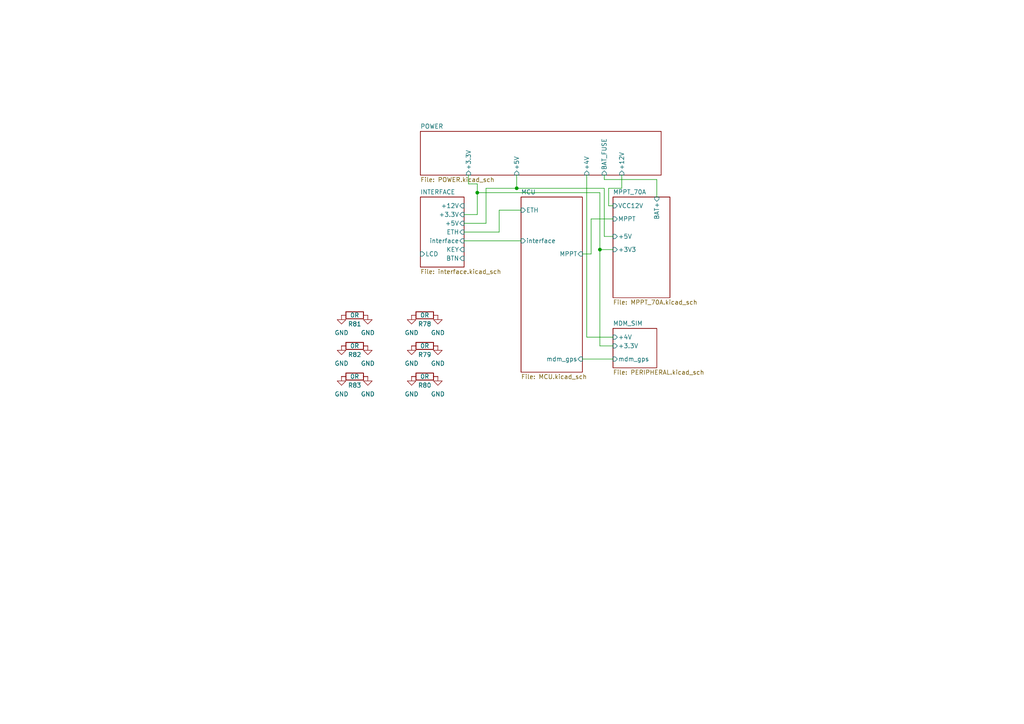
<source format=kicad_sch>
(kicad_sch (version 20231120) (generator "eeschema") (generator_version "8.0")
  (paper "A4")
  (lib_symbols
    (symbol "Device:R" (pin_numbers hide) (pin_names (offset 0))
      (property "Reference" "R" (at 2.032 0 90))
      (property "Value" "R" (at 0 0 90))
      (symbol "R_0_1"
        (rectangle (start -1.016 -2.54) (end 1.016 2.54) (stroke (width 0.254)))
      )
      (symbol "R_1_1"
        (pin passive line (at 0 3.81 270) (length 1.27) (name "~") (number "1"))
        (pin passive line (at 0 -3.81 90) (length 1.27) (name "~") (number "2"))
      )
    )
    (symbol "power:GND" (power) (pin_numbers hide) (pin_names (offset 0) hide)
      (property "Value" "GND" (at 0 -3.81 0))
      (symbol "GND_0_1"
        (polyline (pts (xy 0 0) (xy 0 -1.27) (xy 1.27 -1.27) (xy 0 -2.54) (xy -1.27 -1.27) (xy 0 -1.27)))
      )
      (symbol "GND_1_1"
        (pin power_in line (at 0 0 270) (length 0) (name "~") (number "1"))
      )
    )
  )
  (junction (at 173.99 72.39))
  (junction (at 138.43 55.88))
  (junction (at 149.86 54.61))
  (wire (pts (xy 140.97 54.61) (xy 140.97 64.77)))
  (wire (pts (xy 177.8 72.39) (xy 173.99 72.39)))
  (wire (pts (xy 144.78 60.96) (xy 151.13 60.96)))
  (wire (pts (xy 144.78 67.31) (xy 144.78 60.96)))
  (wire (pts (xy 170.18 97.79) (xy 177.8 97.79)))
  (wire (pts (xy 135.89 50.8) (xy 135.89 53.34)))
  (wire (pts (xy 176.53 59.69) (xy 176.53 54.61)))
  (wire (pts (xy 149.86 54.61) (xy 149.86 50.8)))
  (wire (pts (xy 170.18 50.8) (xy 170.18 97.79)))
  (wire (pts (xy 173.99 100.33) (xy 173.99 72.39)))
  (wire (pts (xy 173.99 72.39) (xy 173.99 55.88)))
  (wire (pts (xy 134.62 64.77) (xy 140.97 64.77)))
  (wire (pts (xy 175.26 54.61) (xy 149.86 54.61)))
  (wire (pts (xy 190.5 52.07) (xy 190.5 57.15)))
  (wire (pts (xy 168.91 73.66) (xy 171.45 73.66)))
  (wire (pts (xy 134.62 67.31) (xy 144.78 67.31)))
  (wire (pts (xy 134.62 69.85) (xy 151.13 69.85)))
  (wire (pts (xy 171.45 73.66) (xy 171.45 63.5)))
  (wire (pts (xy 180.34 54.61) (xy 180.34 50.8)))
  (wire (pts (xy 177.8 68.58) (xy 175.26 68.58)))
  (wire (pts (xy 140.97 54.61) (xy 149.86 54.61)))
  (wire (pts (xy 171.45 63.5) (xy 177.8 63.5)))
  (wire (pts (xy 168.91 104.14) (xy 177.8 104.14)))
  (wire (pts (xy 177.8 100.33) (xy 173.99 100.33)))
  (wire (pts (xy 190.5 52.07) (xy 175.26 52.07)))
  (wire (pts (xy 175.26 68.58) (xy 175.26 54.61)))
  (wire (pts (xy 177.8 59.69) (xy 176.53 59.69)))
  (wire (pts (xy 138.43 62.23) (xy 134.62 62.23)))
  (wire (pts (xy 135.89 53.34) (xy 138.43 53.34)))
  (wire (pts (xy 176.53 54.61) (xy 180.34 54.61)))
  (wire (pts (xy 173.99 55.88) (xy 138.43 55.88)))
  (wire (pts (xy 138.43 53.34) (xy 138.43 55.88)))
  (wire (pts (xy 175.26 52.07) (xy 175.26 50.8)))
  (wire (pts (xy 138.43 55.88) (xy 138.43 62.23)))
  (symbol (lib_id "power:GND") (at 99.06 91.44 0) (unit 1)
    (property "Reference" "#PWR085" (effects (hide yes)))
    (property "Value" "GND" (at 99.06 96.52 0))
    (property "Description" "Power symbol creates a global label with name \"GND\" , ground" (effects (hide yes)))
  )
  (symbol (lib_id "Device:R") (at 102.87 91.44 90) (unit 1)
    (property "Reference" "R81" (at 102.87 93.98 90))
    (property "Value" "0R" (at 102.87 91.44 90))
    (property "Footprint" "Resistor_SMD:R_1206_3216Metric" (effects (hide yes)))
    (property "Order" "https://lcsc.com/product-detail/image/FRC1206P000-TS_C2907406.html" (effects (hide yes)))
  )
  (symbol (lib_id "power:GND") (at 99.06 100.33 0) (unit 1)
    (property "Reference" "#PWR086" (effects (hide yes)))
    (property "Value" "GND" (at 99.06 105.41 0))
    (property "Description" "Power symbol creates a global label with name \"GND\" , ground" (effects (hide yes)))
  )
  (symbol (lib_id "power:GND") (at 106.68 109.22 0) (unit 1)
    (property "Reference" "#PWR090" (effects (hide yes)))
    (property "Value" "GND" (at 106.68 114.3 0))
    (property "Description" "Power symbol creates a global label with name \"GND\" , ground" (effects (hide yes)))
  )
  (symbol (lib_id "power:GND") (at 106.68 91.44 0) (unit 1)
    (property "Reference" "#PWR088" (effects (hide yes)))
    (property "Value" "GND" (at 106.68 96.52 0))
    (property "Description" "Power symbol creates a global label with name \"GND\" , ground" (effects (hide yes)))
  )
  (symbol (lib_id "Device:R") (at 123.19 91.44 90) (unit 1)
    (property "Reference" "R78" (at 123.19 93.98 90))
    (property "Value" "0R" (at 123.19 91.44 90))
    (property "Footprint" "Resistor_SMD:R_1206_3216Metric" (effects (hide yes)))
    (property "Order" "https://lcsc.com/product-detail/image/FRC1206P000-TS_C2907406.html" (effects (hide yes)))
  )
  (symbol (lib_id "power:GND") (at 106.68 100.33 0) (unit 1)
    (property "Reference" "#PWR089" (effects (hide yes)))
    (property "Value" "GND" (at 106.68 105.41 0))
    (property "Description" "Power symbol creates a global label with name \"GND\" , ground" (effects (hide yes)))
  )
  (symbol (lib_id "power:GND") (at 119.38 100.33 0) (unit 1)
    (property "Reference" "#PWR081" (effects (hide yes)))
    (property "Value" "GND" (at 119.38 105.41 0))
    (property "Description" "Power symbol creates a global label with name \"GND\" , ground" (effects (hide yes)))
  )
  (symbol (lib_id "power:GND") (at 127 91.44 0) (unit 1)
    (property "Reference" "#PWR080" (effects (hide yes)))
    (property "Value" "GND" (at 127 96.52 0))
    (property "Description" "Power symbol creates a global label with name \"GND\" , ground" (effects (hide yes)))
  )
  (symbol (lib_id "power:GND") (at 127 109.22 0) (unit 1)
    (property "Reference" "#PWR084" (effects (hide yes)))
    (property "Value" "GND" (at 127 114.3 0))
    (property "Description" "Power symbol creates a global label with name \"GND\" , ground" (effects (hide yes)))
  )
  (symbol (lib_id "power:GND") (at 119.38 91.44 0) (unit 1)
    (property "Reference" "#PWR079" (effects (hide yes)))
    (property "Value" "GND" (at 119.38 96.52 0))
    (property "Description" "Power symbol creates a global label with name \"GND\" , ground" (effects (hide yes)))
  )
  (symbol (lib_id "Device:R") (at 102.87 109.22 90) (unit 1)
    (property "Reference" "R83" (at 102.87 111.76 90))
    (property "Value" "0R" (at 102.87 109.22 90))
    (property "Footprint" "Resistor_SMD:R_1206_3216Metric" (effects (hide yes)))
    (property "Order" "https://lcsc.com/product-detail/image/FRC1206P000-TS_C2907406.html" (effects (hide yes)))
  )
  (symbol (lib_id "Device:R") (at 123.19 100.33 90) (unit 1)
    (property "Reference" "R79" (at 123.19 102.87 90))
    (property "Value" "0R" (at 123.19 100.33 90))
    (property "Footprint" "Resistor_SMD:R_1206_3216Metric" (effects (hide yes)))
    (property "Order" "https://lcsc.com/product-detail/image/FRC1206P000-TS_C2907406.html" (effects (hide yes)))
  )
  (symbol (lib_id "Device:R") (at 123.19 109.22 90) (unit 1)
    (property "Reference" "R80" (at 123.19 111.76 90))
    (property "Value" "0R" (at 123.19 109.22 90))
    (property "Footprint" "Resistor_SMD:R_1206_3216Metric" (effects (hide yes)))
    (property "Order" "https://lcsc.com/product-detail/image/FRC1206P000-TS_C2907406.html" (effects (hide yes)))
  )
  (symbol (lib_id "Device:R") (at 102.87 100.33 90) (unit 1)
    (property "Reference" "R82" (at 102.87 102.87 90))
    (property "Value" "0R" (at 102.87 100.33 90))
    (property "Footprint" "Resistor_SMD:R_1206_3216Metric" (effects (hide yes)))
    (property "Order" "https://lcsc.com/product-detail/image/FRC1206P000-TS_C2907406.html" (effects (hide yes)))
  )
  (symbol (lib_id "power:GND") (at 127 100.33 0) (unit 1)
    (property "Reference" "#PWR082" (effects (hide yes)))
    (property "Value" "GND" (at 127 105.41 0))
    (property "Description" "Power symbol creates a global label with name \"GND\" , ground" (effects (hide yes)))
  )
  (symbol (lib_id "power:GND") (at 99.06 109.22 0) (unit 1)
    (property "Reference" "#PWR087" (effects (hide yes)))
    (property "Value" "GND" (at 99.06 114.3 0))
    (property "Description" "Power symbol creates a global label with name \"GND\" , ground" (effects (hide yes)))
  )
  (symbol (lib_id "power:GND") (at 119.38 109.22 0) (unit 1)
    (property "Reference" "#PWR083" (effects (hide yes)))
    (property "Value" "GND" (at 119.38 114.3 0))
    (property "Description" "Power symbol creates a global label with name \"GND\" , ground" (effects (hide yes)))
  )
  (sheet (at 151.13 57.15) (size 17.78 50.8) (stroke (width 0.1524))
    (property "Sheetname" "MCU" (at 151.13 56.4384 0) (effects (justify left bottom)))
    (property "Sheetfile" "MCU.kicad_sch" (at 151.13 108.5346 0) (effects (justify left top)))
    (pin "mdm_gps" input (at 168.91 104.14 0))
    (pin "interface" input (at 151.13 69.85 180))
    (pin "ETH" input (at 151.13 60.96 180))
    (pin "MPPT" input (at 168.91 73.66 0))
  )
  (sheet (at 177.8 57.15) (size 16.51 29.21) (stroke (width 0.1524))
    (property "Sheetname" "MPPT_70A" (at 177.8 56.4384 0) (effects (justify left bottom)))
    (property "Sheetfile" "MPPT_70A.kicad_sch" (at 177.8 86.9446 0) (effects (justify left top)))
    (pin "VCC12V" input (at 177.8 59.69 180))
    (pin "MPPT" input (at 177.8 63.5 180))
    (pin "+5V" input (at 177.8 68.58 180))
    (pin "+3V3" input (at 177.8 72.39 180))
    (pin "BAT+" input (at 190.5 57.15 90))
  )
  (sheet (at 121.92 38.1) (size 69.85 12.7) (stroke (width 0.1524))
    (property "Sheetname" "POWER" (at 121.92 37.3884 0) (effects (justify left bottom)))
    (property "Sheetfile" "POWER.kicad_sch" (at 121.92 51.3846 0) (effects (justify left top)))
    (pin "+4V" input (at 170.18 50.8 270))
    (pin "+5V" input (at 149.86 50.8 270))
    (pin "+12V" input (at 180.34 50.8 270))
    (pin "+3.3V" input (at 135.89 50.8 270))
    (pin "BAT_FUSE" input (at 175.26 50.8 270))
  )
  (sheet (at 177.8 95.25) (size 12.7 11.43) (stroke (width 0.1524))
    (property "Sheetname" "MDM_SIM" (at 177.8 94.5384 0) (effects (justify left bottom)))
    (property "Sheetfile" "PERIPHERAL.kicad_sch" (at 177.8 107.2646 0) (effects (justify left top)))
    (pin "+4V" input (at 177.8 97.79 180))
    (pin "+3.3V" input (at 177.8 100.33 180))
    (pin "mdm_gps" input (at 177.8 104.14 180))
  )
  (sheet (at 121.92 57.15) (size 12.7 20.32) (stroke (width 0.1524))
    (property "Sheetname" "INTERFACE" (at 121.92 56.4384 0) (effects (justify left bottom)))
    (property "Sheetfile" "interface.kicad_sch" (at 121.92 78.0546 0) (effects (justify left top)))
    (pin "+3.3V" input (at 134.62 62.23 0))
    (pin "+12V" input (at 134.62 59.69 0))
    (pin "+5V" input (at 134.62 64.77 0))
    (pin "ETH" input (at 134.62 67.31 0))
    (pin "interface" input (at 134.62 69.85 0))
    (pin "KEY" input (at 134.62 72.39 0))
    (pin "BTN" input (at 134.62 74.93 0))
    (pin "LCD" input (at 121.92 73.66 180))
  )
)
</source>
